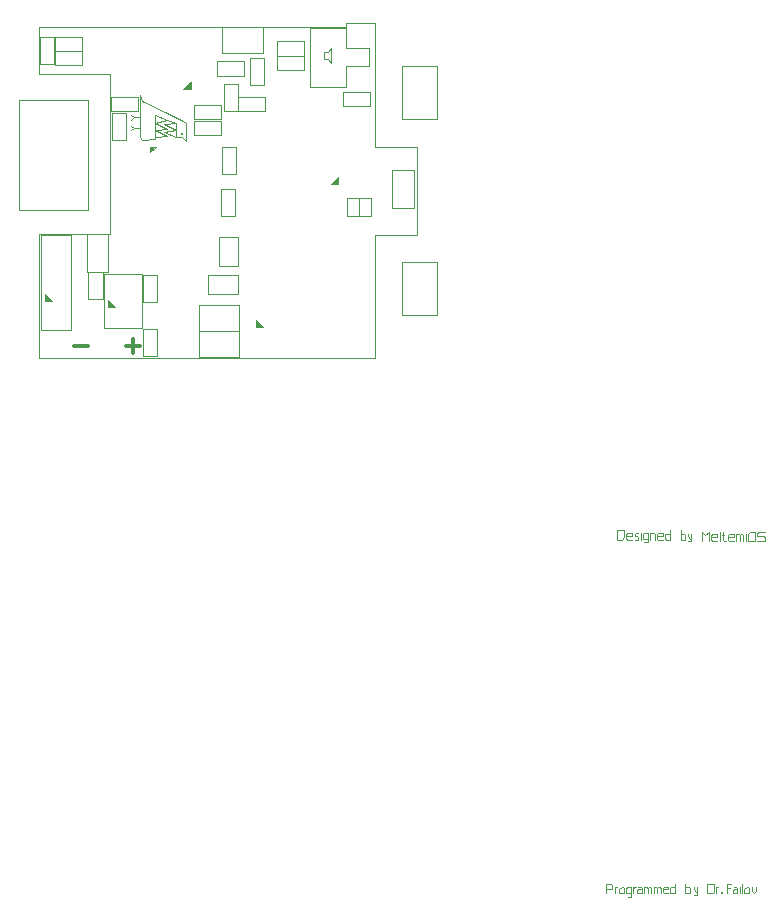
<source format=gbr>
%FSLAX34Y34*%
%MOMM*%
%LNCOPPER_BOTTOM*%
G71*
G01*
%ADD10C, 0.10*%
%ADD11C, 0.30*%
%LPD*%
G54D10*
X514000Y499000D02*
X514000Y491000D01*
X518000Y491000D01*
X520000Y493000D01*
X520000Y499000D01*
X514000Y499000D01*
G54D10*
X527000Y491000D02*
X523000Y491000D01*
X522000Y492000D01*
X522000Y496000D01*
X523000Y497000D01*
X527000Y497000D01*
X527000Y494000D01*
X522000Y494000D01*
G54D10*
X529000Y491000D02*
X532000Y491000D01*
X532000Y493000D01*
X531000Y494000D01*
X529000Y494000D01*
X529000Y496000D01*
X530000Y497000D01*
X532000Y497000D01*
G54D10*
X534000Y491000D02*
X534000Y497000D01*
G54D10*
X537000Y489000D02*
X540000Y489000D01*
X540000Y497000D01*
X537000Y497000D01*
X536000Y496000D01*
X536000Y492000D01*
X540000Y492000D01*
G54D10*
X542000Y491000D02*
X542000Y497000D01*
X542000Y495000D01*
X542000Y496000D01*
X543000Y497000D01*
X545000Y497000D01*
X546000Y496000D01*
X546000Y491000D01*
G54D10*
X553000Y491000D02*
X549000Y491000D01*
X548000Y492000D01*
X548000Y496000D01*
X549000Y497000D01*
X553000Y497000D01*
X553000Y494000D01*
X548000Y494000D01*
G54D10*
X559000Y499000D02*
X559000Y491000D01*
X556000Y491000D01*
X555000Y492000D01*
X555000Y496000D01*
X559000Y496000D01*
G54D10*
X568000Y499000D02*
X568000Y491000D01*
X572000Y491000D01*
X572000Y495000D01*
X571000Y496000D01*
X568000Y496000D01*
G54D10*
X574000Y490000D02*
X577000Y490000D01*
X577000Y496000D01*
X577000Y491000D01*
X577000Y492000D01*
X576000Y492000D01*
X574000Y494000D01*
X574000Y496000D01*
G54D10*
X512000Y192000D02*
X512000Y197000D01*
X512000Y195000D01*
X512000Y196000D01*
X513000Y197000D01*
X514000Y197000D01*
G54D10*
X516000Y192000D02*
X520000Y192000D01*
X520000Y196000D01*
X519000Y197000D01*
X518000Y197000D01*
X516000Y195000D01*
X516000Y192000D01*
G54D10*
X505000Y192000D02*
X505000Y200000D01*
X509000Y200000D01*
X510000Y199000D01*
X510000Y195000D01*
G54D10*
X505000Y195000D02*
X510000Y195000D01*
G54D10*
X523000Y189000D02*
X526000Y189000D01*
X526000Y197000D01*
X523000Y197000D01*
X522000Y196000D01*
X522000Y192000D01*
X526000Y192000D01*
G54D10*
X528000Y192000D02*
X528000Y197000D01*
X528000Y195000D01*
X528000Y196000D01*
X529000Y197000D01*
X530000Y197000D01*
G54D10*
X532000Y197000D02*
X534000Y197000D01*
X535000Y196000D01*
X535000Y192000D01*
X531000Y192000D01*
X531000Y194000D01*
X532000Y195000D01*
X535000Y195000D01*
G54D10*
X537000Y192000D02*
X537000Y197000D01*
X537000Y196000D01*
X538000Y197000D01*
X539000Y197000D01*
X540000Y196000D01*
X540000Y192000D01*
X540000Y196000D01*
X541000Y197000D01*
X542000Y197000D01*
X543000Y196000D01*
X543000Y192000D01*
G54D10*
X545000Y192000D02*
X545000Y197000D01*
X545000Y196000D01*
X546000Y197000D01*
X547000Y197000D01*
X548000Y196000D01*
X548000Y192000D01*
X548000Y196000D01*
X549000Y197000D01*
X550000Y197000D01*
X551000Y196000D01*
X551000Y192000D01*
G54D10*
X557000Y192000D02*
X554000Y192000D01*
X553000Y193000D01*
X553000Y196000D01*
X554000Y197000D01*
X557000Y197000D01*
X557000Y195000D01*
X553000Y195000D01*
G54D10*
X563000Y200000D02*
X563000Y192000D01*
X559000Y192000D01*
X559000Y196000D01*
X560000Y197000D01*
X563000Y197000D01*
G54D10*
X572000Y200000D02*
X572000Y192000D01*
X576000Y192000D01*
X576000Y196000D01*
X575000Y197000D01*
X572000Y197000D01*
G54D10*
X579000Y190000D02*
X582000Y190000D01*
X582000Y197000D01*
X582000Y193000D01*
X581000Y193000D01*
X579000Y195000D01*
X579000Y197000D01*
G54D10*
X590000Y200000D02*
X590000Y192000D01*
X595000Y192000D01*
X596000Y193000D01*
X596000Y200000D01*
X590000Y200000D01*
G54D10*
X598000Y192000D02*
X598000Y197000D01*
X598000Y195000D01*
X598000Y196000D01*
X599000Y197000D01*
X600000Y197000D01*
G54D10*
X622000Y192000D02*
X626000Y192000D01*
X626000Y196000D01*
X625000Y197000D01*
X624000Y197000D01*
X622000Y195000D01*
X622000Y192000D01*
G54D10*
X613000Y197000D02*
X615000Y197000D01*
X616000Y196000D01*
X616000Y192000D01*
X612000Y192000D01*
X612000Y194000D01*
X613000Y195000D01*
X616000Y195000D01*
G54D10*
X602000Y192000D02*
X603000Y192000D01*
X603000Y193000D01*
X602000Y193000D01*
X602000Y192000D01*
G54D10*
X607000Y192000D02*
X607000Y196000D01*
X610000Y196000D01*
X607000Y196000D01*
X607000Y200000D01*
X611000Y200000D01*
G54D10*
X618000Y197000D02*
X618000Y192000D01*
G54D10*
X620000Y192000D02*
X620000Y200000D01*
G54D10*
X628000Y197000D02*
X628000Y194000D01*
X630000Y192000D01*
X632000Y194000D01*
X632000Y197000D01*
G54D10*
X324000Y804000D02*
X342000Y804000D01*
X342000Y772000D01*
X324000Y772000D01*
X324000Y804000D01*
G36*
X278000Y792000D02*
X278000Y798000D01*
X272000Y792000D01*
X278000Y792000D01*
G37*
G54D10*
X278000Y792000D02*
X278000Y798000D01*
X272000Y792000D01*
X278000Y792000D01*
G54D10*
X295500Y780500D02*
X295500Y765500D01*
X285500Y765500D01*
X285500Y780500D01*
X295500Y780500D01*
G54D10*
X305500Y780500D02*
X305500Y765500D01*
X295500Y765500D01*
X295500Y780500D01*
X305500Y780500D01*
G54D11*
X104000Y661000D02*
X104000Y649000D01*
X104000Y655000D01*
X110000Y655000D01*
X98000Y655000D01*
G54D11*
X54000Y655000D02*
X66000Y655000D01*
G36*
X30000Y693000D02*
X36000Y693000D01*
X30000Y699000D01*
X30000Y693000D01*
G37*
G54D10*
X30000Y693000D02*
X36000Y693000D01*
X30000Y699000D01*
X30000Y693000D01*
G36*
X83000Y688000D02*
X83000Y694000D01*
X89000Y688000D01*
X83000Y688000D01*
G37*
G54D10*
X83000Y688000D02*
X83000Y694000D01*
X89000Y688000D01*
X83000Y688000D01*
G54D10*
X124500Y669500D02*
X124500Y646500D01*
X112500Y646500D01*
X112500Y669500D01*
X124500Y669500D01*
G54D10*
X78500Y717500D02*
X78500Y694500D01*
X66500Y694500D01*
X66500Y717500D01*
X78500Y717500D01*
G36*
X119000Y824000D02*
X119000Y819000D01*
X124000Y824000D01*
X119000Y824000D01*
G37*
G54D10*
X119000Y824000D02*
X119000Y819000D01*
X124000Y824000D01*
X119000Y824000D01*
G54D10*
X65000Y750000D02*
X83000Y750000D01*
X83000Y718000D01*
X65000Y718000D01*
X65000Y750000D01*
G54D10*
X193500Y747500D02*
X193500Y722500D01*
X177500Y722500D01*
X177500Y747500D01*
X193500Y747500D01*
G54D10*
X168000Y715000D02*
X193000Y715000D01*
X193000Y699000D01*
X168000Y699000D01*
X168000Y715000D01*
G54D10*
X190595Y788000D02*
X190595Y765000D01*
X178595Y765000D01*
X178595Y788000D01*
X190595Y788000D01*
G54D10*
X198000Y884000D02*
X175000Y884000D01*
X175000Y896000D01*
X198000Y896000D01*
X198000Y884000D01*
G36*
X153000Y873000D02*
X153000Y879000D01*
X147000Y873000D01*
X153000Y873000D01*
G37*
G54D10*
X153000Y873000D02*
X153000Y879000D01*
X147000Y873000D01*
X153000Y873000D01*
G54D10*
X180000Y925000D02*
X214000Y925000D01*
X214000Y903000D01*
X180000Y903000D01*
X180000Y925000D01*
G54D10*
X61000Y905000D02*
X38000Y905000D01*
X38000Y917000D01*
X61000Y917000D01*
X61000Y905000D01*
G54D10*
X61000Y893000D02*
X38000Y893000D01*
X38000Y905000D01*
X61000Y905000D01*
X61000Y893000D01*
G54D10*
X37500Y916500D02*
X37500Y893500D01*
X25500Y893500D01*
X25500Y916500D01*
X37500Y916500D01*
G54D10*
X124500Y715500D02*
X124500Y692500D01*
X112500Y692500D01*
X112500Y715500D01*
X124500Y715500D01*
G54D10*
X191500Y823500D02*
X191500Y800500D01*
X179500Y800500D01*
X179500Y823500D01*
X191500Y823500D01*
G54D10*
X98437Y852158D02*
X98437Y829158D01*
X86437Y829158D01*
X86437Y852158D01*
X98437Y852158D01*
G54D10*
X108938Y853658D02*
X85938Y853658D01*
X85938Y865658D01*
X108938Y865658D01*
X108938Y853658D01*
G54D10*
X249000Y901000D02*
X226000Y901000D01*
X226000Y913000D01*
X249000Y913000D01*
X249000Y901000D01*
G54D10*
X181000Y854000D02*
X181000Y877000D01*
X193000Y877000D01*
X193000Y854000D01*
X181000Y854000D01*
G54D10*
X193000Y866000D02*
X216000Y866000D01*
X216000Y854000D01*
X193000Y854000D01*
X193000Y866000D01*
G54D10*
X305000Y858000D02*
X282000Y858000D01*
X282000Y870000D01*
X305000Y870000D01*
X305000Y858000D01*
G54D10*
X160000Y690000D02*
X194000Y690000D01*
X194000Y668000D01*
X160000Y668000D01*
X160000Y690000D01*
G54D10*
X160000Y668000D02*
X194000Y668000D01*
X194000Y646000D01*
X160000Y646000D01*
X160000Y668000D01*
G36*
X208502Y671385D02*
X214502Y671385D01*
X208502Y677385D01*
X208502Y671385D01*
G37*
G54D10*
X208502Y671385D02*
X214502Y671385D01*
X208502Y677385D01*
X208502Y671385D01*
G54D10*
X122942Y830700D02*
X122942Y850700D01*
X132942Y846700D01*
X140942Y843700D01*
X140942Y831700D01*
G54D10*
X132942Y846700D02*
X122942Y843700D01*
X132942Y838700D01*
X122942Y837700D01*
X132942Y832700D01*
X122942Y831700D01*
G54D10*
X140942Y837700D02*
X130942Y842700D01*
X140942Y843700D01*
G54D10*
X140942Y831700D02*
X130942Y836700D01*
X140942Y837700D01*
G54D10*
G75*
G01X145942Y833700D02*
G03X145942Y833700I0J1000D01*
G01*
G54D10*
X140942Y831700D02*
X145942Y831700D01*
X148942Y828700D01*
X148942Y843700D01*
X146942Y845700D01*
X132942Y852700D01*
X111942Y862700D01*
G54D10*
X109942Y867700D02*
X109942Y831700D01*
X111942Y829700D01*
X122942Y830700D01*
G54D10*
X109942Y867700D02*
X111942Y862700D01*
G54D10*
X109942Y839700D02*
X104942Y839700D01*
X102942Y841700D01*
X104942Y839700D01*
X102942Y837700D01*
G54D10*
X109942Y848700D02*
X104942Y848700D01*
X102942Y846700D01*
X104942Y848700D01*
X102942Y850700D01*
G54D10*
X66000Y863000D02*
X8000Y863000D01*
X8000Y770000D01*
X66000Y770000D01*
X66000Y863000D01*
G54D10*
X52000Y749000D02*
X52000Y669000D01*
X26000Y669000D01*
X26000Y749000D01*
X52000Y749000D01*
G54D10*
X80000Y670000D02*
X80000Y716000D01*
X112000Y716000D01*
X112000Y670000D01*
X80000Y670000D01*
G54D10*
X332000Y892000D02*
X362000Y892000D01*
X362000Y847000D01*
X332000Y847000D01*
X332000Y892000D01*
G54D10*
X332000Y726000D02*
X362000Y726000D01*
X362000Y681000D01*
X332000Y681000D01*
X332000Y726000D01*
G54D10*
X25000Y925000D02*
X285000Y925000D01*
X285000Y929000D01*
X309000Y929000D01*
X309000Y824000D01*
X345000Y824000D01*
X345000Y749000D01*
X309000Y749000D01*
X309000Y645000D01*
X25000Y645000D01*
X25000Y750000D01*
X85000Y750000D01*
X85000Y885000D01*
X25000Y885000D01*
X25000Y925000D01*
G54D10*
X285000Y924000D02*
X254000Y924000D01*
X254000Y874000D01*
X285000Y874000D01*
X285000Y892000D01*
X304000Y892000D01*
X304000Y907000D01*
X285000Y907000D01*
X285000Y924000D01*
G54D10*
X266000Y904000D02*
X266000Y898000D01*
X269000Y898000D01*
X272000Y895000D01*
X272000Y907000D01*
X269000Y904000D01*
X266000Y904000D01*
G54D10*
X203000Y876000D02*
X203000Y899000D01*
X215000Y899000D01*
X215000Y876000D01*
X203000Y876000D01*
G54D10*
X226000Y901000D02*
X249000Y901000D01*
X249000Y889000D01*
X226000Y889000D01*
X226000Y901000D01*
G54D10*
X156000Y846000D02*
X179000Y846000D01*
X179000Y834000D01*
X156000Y834000D01*
X156000Y846000D01*
G54D10*
X156000Y859000D02*
X179000Y859000D01*
X179000Y847000D01*
X156000Y847000D01*
X156000Y859000D01*
G54D10*
X586000Y490000D02*
X586000Y498000D01*
X589000Y495000D01*
X592000Y498000D01*
X592000Y490000D01*
G54D10*
X599000Y490000D02*
X595000Y490000D01*
X594000Y491000D01*
X594000Y495000D01*
X595000Y496000D01*
X599000Y496000D01*
X599000Y493000D01*
X594000Y493000D01*
G54D10*
X613000Y490000D02*
X609000Y490000D01*
X608000Y491000D01*
X608000Y495000D01*
X609000Y496000D01*
X613000Y496000D01*
X613000Y493000D01*
X608000Y493000D01*
G54D10*
X615000Y490000D02*
X615000Y496000D01*
X615000Y495000D01*
X616000Y496000D01*
X617000Y496000D01*
X618000Y495000D01*
X618000Y490000D01*
X618000Y495000D01*
X619000Y496000D01*
X620000Y496000D01*
X621000Y495000D01*
X621000Y490000D01*
G54D10*
X601000Y490000D02*
X601000Y498000D01*
G54D10*
X604000Y498000D02*
X604000Y495000D01*
X603000Y495000D01*
X605000Y495000D01*
X604000Y495000D01*
X604000Y491000D01*
X605000Y490000D01*
X606000Y490000D01*
G54D10*
X623000Y490000D02*
X623000Y496000D01*
G54D10*
X625000Y490000D02*
X631000Y490000D01*
X631000Y498000D01*
X627000Y498000D01*
X625000Y496000D01*
X625000Y490000D01*
G54D10*
X633000Y490000D02*
X639000Y490000D01*
X639000Y493000D01*
X638000Y494000D01*
X633000Y494000D01*
X633000Y497000D01*
X634000Y498000D01*
X639000Y498000D01*
M02*

</source>
